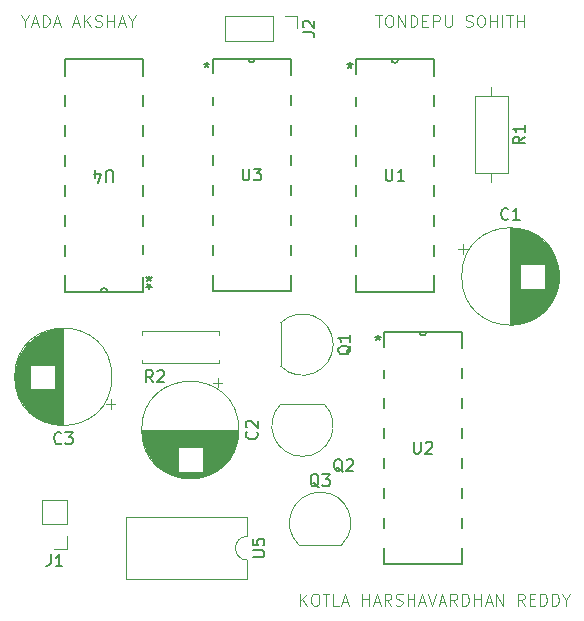
<source format=gbr>
%TF.GenerationSoftware,KiCad,Pcbnew,8.0.6*%
%TF.CreationDate,2024-12-13T16:31:17+05:30*%
%TF.ProjectId,pll1,706c6c31-2e6b-4696-9361-645f70636258,rev?*%
%TF.SameCoordinates,Original*%
%TF.FileFunction,Legend,Top*%
%TF.FilePolarity,Positive*%
%FSLAX46Y46*%
G04 Gerber Fmt 4.6, Leading zero omitted, Abs format (unit mm)*
G04 Created by KiCad (PCBNEW 8.0.6) date 2024-12-13 16:31:17*
%MOMM*%
%LPD*%
G01*
G04 APERTURE LIST*
%ADD10C,0.100000*%
%ADD11C,0.150000*%
%ADD12C,0.120000*%
%ADD13C,0.152400*%
G04 APERTURE END LIST*
D10*
X121994360Y-39396228D02*
X121994360Y-39872419D01*
X121661027Y-38872419D02*
X121994360Y-39396228D01*
X121994360Y-39396228D02*
X122327693Y-38872419D01*
X122613408Y-39586704D02*
X123089598Y-39586704D01*
X122518170Y-39872419D02*
X122851503Y-38872419D01*
X122851503Y-38872419D02*
X123184836Y-39872419D01*
X123518170Y-39872419D02*
X123518170Y-38872419D01*
X123518170Y-38872419D02*
X123756265Y-38872419D01*
X123756265Y-38872419D02*
X123899122Y-38920038D01*
X123899122Y-38920038D02*
X123994360Y-39015276D01*
X123994360Y-39015276D02*
X124041979Y-39110514D01*
X124041979Y-39110514D02*
X124089598Y-39300990D01*
X124089598Y-39300990D02*
X124089598Y-39443847D01*
X124089598Y-39443847D02*
X124041979Y-39634323D01*
X124041979Y-39634323D02*
X123994360Y-39729561D01*
X123994360Y-39729561D02*
X123899122Y-39824800D01*
X123899122Y-39824800D02*
X123756265Y-39872419D01*
X123756265Y-39872419D02*
X123518170Y-39872419D01*
X124470551Y-39586704D02*
X124946741Y-39586704D01*
X124375313Y-39872419D02*
X124708646Y-38872419D01*
X124708646Y-38872419D02*
X125041979Y-39872419D01*
X126089599Y-39586704D02*
X126565789Y-39586704D01*
X125994361Y-39872419D02*
X126327694Y-38872419D01*
X126327694Y-38872419D02*
X126661027Y-39872419D01*
X126994361Y-39872419D02*
X126994361Y-38872419D01*
X127565789Y-39872419D02*
X127137218Y-39300990D01*
X127565789Y-38872419D02*
X126994361Y-39443847D01*
X127946742Y-39824800D02*
X128089599Y-39872419D01*
X128089599Y-39872419D02*
X128327694Y-39872419D01*
X128327694Y-39872419D02*
X128422932Y-39824800D01*
X128422932Y-39824800D02*
X128470551Y-39777180D01*
X128470551Y-39777180D02*
X128518170Y-39681942D01*
X128518170Y-39681942D02*
X128518170Y-39586704D01*
X128518170Y-39586704D02*
X128470551Y-39491466D01*
X128470551Y-39491466D02*
X128422932Y-39443847D01*
X128422932Y-39443847D02*
X128327694Y-39396228D01*
X128327694Y-39396228D02*
X128137218Y-39348609D01*
X128137218Y-39348609D02*
X128041980Y-39300990D01*
X128041980Y-39300990D02*
X127994361Y-39253371D01*
X127994361Y-39253371D02*
X127946742Y-39158133D01*
X127946742Y-39158133D02*
X127946742Y-39062895D01*
X127946742Y-39062895D02*
X127994361Y-38967657D01*
X127994361Y-38967657D02*
X128041980Y-38920038D01*
X128041980Y-38920038D02*
X128137218Y-38872419D01*
X128137218Y-38872419D02*
X128375313Y-38872419D01*
X128375313Y-38872419D02*
X128518170Y-38920038D01*
X128946742Y-39872419D02*
X128946742Y-38872419D01*
X128946742Y-39348609D02*
X129518170Y-39348609D01*
X129518170Y-39872419D02*
X129518170Y-38872419D01*
X129946742Y-39586704D02*
X130422932Y-39586704D01*
X129851504Y-39872419D02*
X130184837Y-38872419D01*
X130184837Y-38872419D02*
X130518170Y-39872419D01*
X131041980Y-39396228D02*
X131041980Y-39872419D01*
X130708647Y-38872419D02*
X131041980Y-39396228D01*
X131041980Y-39396228D02*
X131375313Y-38872419D01*
X145303884Y-88872419D02*
X145303884Y-87872419D01*
X145875312Y-88872419D02*
X145446741Y-88300990D01*
X145875312Y-87872419D02*
X145303884Y-88443847D01*
X146494360Y-87872419D02*
X146684836Y-87872419D01*
X146684836Y-87872419D02*
X146780074Y-87920038D01*
X146780074Y-87920038D02*
X146875312Y-88015276D01*
X146875312Y-88015276D02*
X146922931Y-88205752D01*
X146922931Y-88205752D02*
X146922931Y-88539085D01*
X146922931Y-88539085D02*
X146875312Y-88729561D01*
X146875312Y-88729561D02*
X146780074Y-88824800D01*
X146780074Y-88824800D02*
X146684836Y-88872419D01*
X146684836Y-88872419D02*
X146494360Y-88872419D01*
X146494360Y-88872419D02*
X146399122Y-88824800D01*
X146399122Y-88824800D02*
X146303884Y-88729561D01*
X146303884Y-88729561D02*
X146256265Y-88539085D01*
X146256265Y-88539085D02*
X146256265Y-88205752D01*
X146256265Y-88205752D02*
X146303884Y-88015276D01*
X146303884Y-88015276D02*
X146399122Y-87920038D01*
X146399122Y-87920038D02*
X146494360Y-87872419D01*
X147208646Y-87872419D02*
X147780074Y-87872419D01*
X147494360Y-88872419D02*
X147494360Y-87872419D01*
X148589598Y-88872419D02*
X148113408Y-88872419D01*
X148113408Y-88872419D02*
X148113408Y-87872419D01*
X148875313Y-88586704D02*
X149351503Y-88586704D01*
X148780075Y-88872419D02*
X149113408Y-87872419D01*
X149113408Y-87872419D02*
X149446741Y-88872419D01*
X150541980Y-88872419D02*
X150541980Y-87872419D01*
X150541980Y-88348609D02*
X151113408Y-88348609D01*
X151113408Y-88872419D02*
X151113408Y-87872419D01*
X151541980Y-88586704D02*
X152018170Y-88586704D01*
X151446742Y-88872419D02*
X151780075Y-87872419D01*
X151780075Y-87872419D02*
X152113408Y-88872419D01*
X153018170Y-88872419D02*
X152684837Y-88396228D01*
X152446742Y-88872419D02*
X152446742Y-87872419D01*
X152446742Y-87872419D02*
X152827694Y-87872419D01*
X152827694Y-87872419D02*
X152922932Y-87920038D01*
X152922932Y-87920038D02*
X152970551Y-87967657D01*
X152970551Y-87967657D02*
X153018170Y-88062895D01*
X153018170Y-88062895D02*
X153018170Y-88205752D01*
X153018170Y-88205752D02*
X152970551Y-88300990D01*
X152970551Y-88300990D02*
X152922932Y-88348609D01*
X152922932Y-88348609D02*
X152827694Y-88396228D01*
X152827694Y-88396228D02*
X152446742Y-88396228D01*
X153399123Y-88824800D02*
X153541980Y-88872419D01*
X153541980Y-88872419D02*
X153780075Y-88872419D01*
X153780075Y-88872419D02*
X153875313Y-88824800D01*
X153875313Y-88824800D02*
X153922932Y-88777180D01*
X153922932Y-88777180D02*
X153970551Y-88681942D01*
X153970551Y-88681942D02*
X153970551Y-88586704D01*
X153970551Y-88586704D02*
X153922932Y-88491466D01*
X153922932Y-88491466D02*
X153875313Y-88443847D01*
X153875313Y-88443847D02*
X153780075Y-88396228D01*
X153780075Y-88396228D02*
X153589599Y-88348609D01*
X153589599Y-88348609D02*
X153494361Y-88300990D01*
X153494361Y-88300990D02*
X153446742Y-88253371D01*
X153446742Y-88253371D02*
X153399123Y-88158133D01*
X153399123Y-88158133D02*
X153399123Y-88062895D01*
X153399123Y-88062895D02*
X153446742Y-87967657D01*
X153446742Y-87967657D02*
X153494361Y-87920038D01*
X153494361Y-87920038D02*
X153589599Y-87872419D01*
X153589599Y-87872419D02*
X153827694Y-87872419D01*
X153827694Y-87872419D02*
X153970551Y-87920038D01*
X154399123Y-88872419D02*
X154399123Y-87872419D01*
X154399123Y-88348609D02*
X154970551Y-88348609D01*
X154970551Y-88872419D02*
X154970551Y-87872419D01*
X155399123Y-88586704D02*
X155875313Y-88586704D01*
X155303885Y-88872419D02*
X155637218Y-87872419D01*
X155637218Y-87872419D02*
X155970551Y-88872419D01*
X156161028Y-87872419D02*
X156494361Y-88872419D01*
X156494361Y-88872419D02*
X156827694Y-87872419D01*
X157113409Y-88586704D02*
X157589599Y-88586704D01*
X157018171Y-88872419D02*
X157351504Y-87872419D01*
X157351504Y-87872419D02*
X157684837Y-88872419D01*
X158589599Y-88872419D02*
X158256266Y-88396228D01*
X158018171Y-88872419D02*
X158018171Y-87872419D01*
X158018171Y-87872419D02*
X158399123Y-87872419D01*
X158399123Y-87872419D02*
X158494361Y-87920038D01*
X158494361Y-87920038D02*
X158541980Y-87967657D01*
X158541980Y-87967657D02*
X158589599Y-88062895D01*
X158589599Y-88062895D02*
X158589599Y-88205752D01*
X158589599Y-88205752D02*
X158541980Y-88300990D01*
X158541980Y-88300990D02*
X158494361Y-88348609D01*
X158494361Y-88348609D02*
X158399123Y-88396228D01*
X158399123Y-88396228D02*
X158018171Y-88396228D01*
X159018171Y-88872419D02*
X159018171Y-87872419D01*
X159018171Y-87872419D02*
X159256266Y-87872419D01*
X159256266Y-87872419D02*
X159399123Y-87920038D01*
X159399123Y-87920038D02*
X159494361Y-88015276D01*
X159494361Y-88015276D02*
X159541980Y-88110514D01*
X159541980Y-88110514D02*
X159589599Y-88300990D01*
X159589599Y-88300990D02*
X159589599Y-88443847D01*
X159589599Y-88443847D02*
X159541980Y-88634323D01*
X159541980Y-88634323D02*
X159494361Y-88729561D01*
X159494361Y-88729561D02*
X159399123Y-88824800D01*
X159399123Y-88824800D02*
X159256266Y-88872419D01*
X159256266Y-88872419D02*
X159018171Y-88872419D01*
X160018171Y-88872419D02*
X160018171Y-87872419D01*
X160018171Y-88348609D02*
X160589599Y-88348609D01*
X160589599Y-88872419D02*
X160589599Y-87872419D01*
X161018171Y-88586704D02*
X161494361Y-88586704D01*
X160922933Y-88872419D02*
X161256266Y-87872419D01*
X161256266Y-87872419D02*
X161589599Y-88872419D01*
X161922933Y-88872419D02*
X161922933Y-87872419D01*
X161922933Y-87872419D02*
X162494361Y-88872419D01*
X162494361Y-88872419D02*
X162494361Y-87872419D01*
X164303885Y-88872419D02*
X163970552Y-88396228D01*
X163732457Y-88872419D02*
X163732457Y-87872419D01*
X163732457Y-87872419D02*
X164113409Y-87872419D01*
X164113409Y-87872419D02*
X164208647Y-87920038D01*
X164208647Y-87920038D02*
X164256266Y-87967657D01*
X164256266Y-87967657D02*
X164303885Y-88062895D01*
X164303885Y-88062895D02*
X164303885Y-88205752D01*
X164303885Y-88205752D02*
X164256266Y-88300990D01*
X164256266Y-88300990D02*
X164208647Y-88348609D01*
X164208647Y-88348609D02*
X164113409Y-88396228D01*
X164113409Y-88396228D02*
X163732457Y-88396228D01*
X164732457Y-88348609D02*
X165065790Y-88348609D01*
X165208647Y-88872419D02*
X164732457Y-88872419D01*
X164732457Y-88872419D02*
X164732457Y-87872419D01*
X164732457Y-87872419D02*
X165208647Y-87872419D01*
X165637219Y-88872419D02*
X165637219Y-87872419D01*
X165637219Y-87872419D02*
X165875314Y-87872419D01*
X165875314Y-87872419D02*
X166018171Y-87920038D01*
X166018171Y-87920038D02*
X166113409Y-88015276D01*
X166113409Y-88015276D02*
X166161028Y-88110514D01*
X166161028Y-88110514D02*
X166208647Y-88300990D01*
X166208647Y-88300990D02*
X166208647Y-88443847D01*
X166208647Y-88443847D02*
X166161028Y-88634323D01*
X166161028Y-88634323D02*
X166113409Y-88729561D01*
X166113409Y-88729561D02*
X166018171Y-88824800D01*
X166018171Y-88824800D02*
X165875314Y-88872419D01*
X165875314Y-88872419D02*
X165637219Y-88872419D01*
X166637219Y-88872419D02*
X166637219Y-87872419D01*
X166637219Y-87872419D02*
X166875314Y-87872419D01*
X166875314Y-87872419D02*
X167018171Y-87920038D01*
X167018171Y-87920038D02*
X167113409Y-88015276D01*
X167113409Y-88015276D02*
X167161028Y-88110514D01*
X167161028Y-88110514D02*
X167208647Y-88300990D01*
X167208647Y-88300990D02*
X167208647Y-88443847D01*
X167208647Y-88443847D02*
X167161028Y-88634323D01*
X167161028Y-88634323D02*
X167113409Y-88729561D01*
X167113409Y-88729561D02*
X167018171Y-88824800D01*
X167018171Y-88824800D02*
X166875314Y-88872419D01*
X166875314Y-88872419D02*
X166637219Y-88872419D01*
X167827695Y-88396228D02*
X167827695Y-88872419D01*
X167494362Y-87872419D02*
X167827695Y-88396228D01*
X167827695Y-88396228D02*
X168161028Y-87872419D01*
X151661027Y-38872419D02*
X152232455Y-38872419D01*
X151946741Y-39872419D02*
X151946741Y-38872419D01*
X152756265Y-38872419D02*
X152946741Y-38872419D01*
X152946741Y-38872419D02*
X153041979Y-38920038D01*
X153041979Y-38920038D02*
X153137217Y-39015276D01*
X153137217Y-39015276D02*
X153184836Y-39205752D01*
X153184836Y-39205752D02*
X153184836Y-39539085D01*
X153184836Y-39539085D02*
X153137217Y-39729561D01*
X153137217Y-39729561D02*
X153041979Y-39824800D01*
X153041979Y-39824800D02*
X152946741Y-39872419D01*
X152946741Y-39872419D02*
X152756265Y-39872419D01*
X152756265Y-39872419D02*
X152661027Y-39824800D01*
X152661027Y-39824800D02*
X152565789Y-39729561D01*
X152565789Y-39729561D02*
X152518170Y-39539085D01*
X152518170Y-39539085D02*
X152518170Y-39205752D01*
X152518170Y-39205752D02*
X152565789Y-39015276D01*
X152565789Y-39015276D02*
X152661027Y-38920038D01*
X152661027Y-38920038D02*
X152756265Y-38872419D01*
X153613408Y-39872419D02*
X153613408Y-38872419D01*
X153613408Y-38872419D02*
X154184836Y-39872419D01*
X154184836Y-39872419D02*
X154184836Y-38872419D01*
X154661027Y-39872419D02*
X154661027Y-38872419D01*
X154661027Y-38872419D02*
X154899122Y-38872419D01*
X154899122Y-38872419D02*
X155041979Y-38920038D01*
X155041979Y-38920038D02*
X155137217Y-39015276D01*
X155137217Y-39015276D02*
X155184836Y-39110514D01*
X155184836Y-39110514D02*
X155232455Y-39300990D01*
X155232455Y-39300990D02*
X155232455Y-39443847D01*
X155232455Y-39443847D02*
X155184836Y-39634323D01*
X155184836Y-39634323D02*
X155137217Y-39729561D01*
X155137217Y-39729561D02*
X155041979Y-39824800D01*
X155041979Y-39824800D02*
X154899122Y-39872419D01*
X154899122Y-39872419D02*
X154661027Y-39872419D01*
X155661027Y-39348609D02*
X155994360Y-39348609D01*
X156137217Y-39872419D02*
X155661027Y-39872419D01*
X155661027Y-39872419D02*
X155661027Y-38872419D01*
X155661027Y-38872419D02*
X156137217Y-38872419D01*
X156565789Y-39872419D02*
X156565789Y-38872419D01*
X156565789Y-38872419D02*
X156946741Y-38872419D01*
X156946741Y-38872419D02*
X157041979Y-38920038D01*
X157041979Y-38920038D02*
X157089598Y-38967657D01*
X157089598Y-38967657D02*
X157137217Y-39062895D01*
X157137217Y-39062895D02*
X157137217Y-39205752D01*
X157137217Y-39205752D02*
X157089598Y-39300990D01*
X157089598Y-39300990D02*
X157041979Y-39348609D01*
X157041979Y-39348609D02*
X156946741Y-39396228D01*
X156946741Y-39396228D02*
X156565789Y-39396228D01*
X157565789Y-38872419D02*
X157565789Y-39681942D01*
X157565789Y-39681942D02*
X157613408Y-39777180D01*
X157613408Y-39777180D02*
X157661027Y-39824800D01*
X157661027Y-39824800D02*
X157756265Y-39872419D01*
X157756265Y-39872419D02*
X157946741Y-39872419D01*
X157946741Y-39872419D02*
X158041979Y-39824800D01*
X158041979Y-39824800D02*
X158089598Y-39777180D01*
X158089598Y-39777180D02*
X158137217Y-39681942D01*
X158137217Y-39681942D02*
X158137217Y-38872419D01*
X159327694Y-39824800D02*
X159470551Y-39872419D01*
X159470551Y-39872419D02*
X159708646Y-39872419D01*
X159708646Y-39872419D02*
X159803884Y-39824800D01*
X159803884Y-39824800D02*
X159851503Y-39777180D01*
X159851503Y-39777180D02*
X159899122Y-39681942D01*
X159899122Y-39681942D02*
X159899122Y-39586704D01*
X159899122Y-39586704D02*
X159851503Y-39491466D01*
X159851503Y-39491466D02*
X159803884Y-39443847D01*
X159803884Y-39443847D02*
X159708646Y-39396228D01*
X159708646Y-39396228D02*
X159518170Y-39348609D01*
X159518170Y-39348609D02*
X159422932Y-39300990D01*
X159422932Y-39300990D02*
X159375313Y-39253371D01*
X159375313Y-39253371D02*
X159327694Y-39158133D01*
X159327694Y-39158133D02*
X159327694Y-39062895D01*
X159327694Y-39062895D02*
X159375313Y-38967657D01*
X159375313Y-38967657D02*
X159422932Y-38920038D01*
X159422932Y-38920038D02*
X159518170Y-38872419D01*
X159518170Y-38872419D02*
X159756265Y-38872419D01*
X159756265Y-38872419D02*
X159899122Y-38920038D01*
X160518170Y-38872419D02*
X160708646Y-38872419D01*
X160708646Y-38872419D02*
X160803884Y-38920038D01*
X160803884Y-38920038D02*
X160899122Y-39015276D01*
X160899122Y-39015276D02*
X160946741Y-39205752D01*
X160946741Y-39205752D02*
X160946741Y-39539085D01*
X160946741Y-39539085D02*
X160899122Y-39729561D01*
X160899122Y-39729561D02*
X160803884Y-39824800D01*
X160803884Y-39824800D02*
X160708646Y-39872419D01*
X160708646Y-39872419D02*
X160518170Y-39872419D01*
X160518170Y-39872419D02*
X160422932Y-39824800D01*
X160422932Y-39824800D02*
X160327694Y-39729561D01*
X160327694Y-39729561D02*
X160280075Y-39539085D01*
X160280075Y-39539085D02*
X160280075Y-39205752D01*
X160280075Y-39205752D02*
X160327694Y-39015276D01*
X160327694Y-39015276D02*
X160422932Y-38920038D01*
X160422932Y-38920038D02*
X160518170Y-38872419D01*
X161375313Y-39872419D02*
X161375313Y-38872419D01*
X161375313Y-39348609D02*
X161946741Y-39348609D01*
X161946741Y-39872419D02*
X161946741Y-38872419D01*
X162422932Y-39872419D02*
X162422932Y-38872419D01*
X162756265Y-38872419D02*
X163327693Y-38872419D01*
X163041979Y-39872419D02*
X163041979Y-38872419D01*
X163661027Y-39872419D02*
X163661027Y-38872419D01*
X163661027Y-39348609D02*
X164232455Y-39348609D01*
X164232455Y-39872419D02*
X164232455Y-38872419D01*
D11*
X141284819Y-84771904D02*
X142094342Y-84771904D01*
X142094342Y-84771904D02*
X142189580Y-84724285D01*
X142189580Y-84724285D02*
X142237200Y-84676666D01*
X142237200Y-84676666D02*
X142284819Y-84581428D01*
X142284819Y-84581428D02*
X142284819Y-84390952D01*
X142284819Y-84390952D02*
X142237200Y-84295714D01*
X142237200Y-84295714D02*
X142189580Y-84248095D01*
X142189580Y-84248095D02*
X142094342Y-84200476D01*
X142094342Y-84200476D02*
X141284819Y-84200476D01*
X141284819Y-83248095D02*
X141284819Y-83724285D01*
X141284819Y-83724285D02*
X141761009Y-83771904D01*
X141761009Y-83771904D02*
X141713390Y-83724285D01*
X141713390Y-83724285D02*
X141665771Y-83629047D01*
X141665771Y-83629047D02*
X141665771Y-83390952D01*
X141665771Y-83390952D02*
X141713390Y-83295714D01*
X141713390Y-83295714D02*
X141761009Y-83248095D01*
X141761009Y-83248095D02*
X141856247Y-83200476D01*
X141856247Y-83200476D02*
X142094342Y-83200476D01*
X142094342Y-83200476D02*
X142189580Y-83248095D01*
X142189580Y-83248095D02*
X142237200Y-83295714D01*
X142237200Y-83295714D02*
X142284819Y-83390952D01*
X142284819Y-83390952D02*
X142284819Y-83629047D01*
X142284819Y-83629047D02*
X142237200Y-83724285D01*
X142237200Y-83724285D02*
X142189580Y-83771904D01*
X149610057Y-66865238D02*
X149562438Y-66960476D01*
X149562438Y-66960476D02*
X149467200Y-67055714D01*
X149467200Y-67055714D02*
X149324342Y-67198571D01*
X149324342Y-67198571D02*
X149276723Y-67293809D01*
X149276723Y-67293809D02*
X149276723Y-67389047D01*
X149514819Y-67341428D02*
X149467200Y-67436666D01*
X149467200Y-67436666D02*
X149371961Y-67531904D01*
X149371961Y-67531904D02*
X149181485Y-67579523D01*
X149181485Y-67579523D02*
X148848152Y-67579523D01*
X148848152Y-67579523D02*
X148657676Y-67531904D01*
X148657676Y-67531904D02*
X148562438Y-67436666D01*
X148562438Y-67436666D02*
X148514819Y-67341428D01*
X148514819Y-67341428D02*
X148514819Y-67150952D01*
X148514819Y-67150952D02*
X148562438Y-67055714D01*
X148562438Y-67055714D02*
X148657676Y-66960476D01*
X148657676Y-66960476D02*
X148848152Y-66912857D01*
X148848152Y-66912857D02*
X149181485Y-66912857D01*
X149181485Y-66912857D02*
X149371961Y-66960476D01*
X149371961Y-66960476D02*
X149467200Y-67055714D01*
X149467200Y-67055714D02*
X149514819Y-67150952D01*
X149514819Y-67150952D02*
X149514819Y-67341428D01*
X149514819Y-65960476D02*
X149514819Y-66531904D01*
X149514819Y-66246190D02*
X148514819Y-66246190D01*
X148514819Y-66246190D02*
X148657676Y-66341428D01*
X148657676Y-66341428D02*
X148752914Y-66436666D01*
X148752914Y-66436666D02*
X148800533Y-66531904D01*
X148904761Y-77550057D02*
X148809523Y-77502438D01*
X148809523Y-77502438D02*
X148714285Y-77407200D01*
X148714285Y-77407200D02*
X148571428Y-77264342D01*
X148571428Y-77264342D02*
X148476190Y-77216723D01*
X148476190Y-77216723D02*
X148380952Y-77216723D01*
X148428571Y-77454819D02*
X148333333Y-77407200D01*
X148333333Y-77407200D02*
X148238095Y-77311961D01*
X148238095Y-77311961D02*
X148190476Y-77121485D01*
X148190476Y-77121485D02*
X148190476Y-76788152D01*
X148190476Y-76788152D02*
X148238095Y-76597676D01*
X148238095Y-76597676D02*
X148333333Y-76502438D01*
X148333333Y-76502438D02*
X148428571Y-76454819D01*
X148428571Y-76454819D02*
X148619047Y-76454819D01*
X148619047Y-76454819D02*
X148714285Y-76502438D01*
X148714285Y-76502438D02*
X148809523Y-76597676D01*
X148809523Y-76597676D02*
X148857142Y-76788152D01*
X148857142Y-76788152D02*
X148857142Y-77121485D01*
X148857142Y-77121485D02*
X148809523Y-77311961D01*
X148809523Y-77311961D02*
X148714285Y-77407200D01*
X148714285Y-77407200D02*
X148619047Y-77454819D01*
X148619047Y-77454819D02*
X148428571Y-77454819D01*
X149238095Y-76550057D02*
X149285714Y-76502438D01*
X149285714Y-76502438D02*
X149380952Y-76454819D01*
X149380952Y-76454819D02*
X149619047Y-76454819D01*
X149619047Y-76454819D02*
X149714285Y-76502438D01*
X149714285Y-76502438D02*
X149761904Y-76550057D01*
X149761904Y-76550057D02*
X149809523Y-76645295D01*
X149809523Y-76645295D02*
X149809523Y-76740533D01*
X149809523Y-76740533D02*
X149761904Y-76883390D01*
X149761904Y-76883390D02*
X149190476Y-77454819D01*
X149190476Y-77454819D02*
X149809523Y-77454819D01*
X141609580Y-74166666D02*
X141657200Y-74214285D01*
X141657200Y-74214285D02*
X141704819Y-74357142D01*
X141704819Y-74357142D02*
X141704819Y-74452380D01*
X141704819Y-74452380D02*
X141657200Y-74595237D01*
X141657200Y-74595237D02*
X141561961Y-74690475D01*
X141561961Y-74690475D02*
X141466723Y-74738094D01*
X141466723Y-74738094D02*
X141276247Y-74785713D01*
X141276247Y-74785713D02*
X141133390Y-74785713D01*
X141133390Y-74785713D02*
X140942914Y-74738094D01*
X140942914Y-74738094D02*
X140847676Y-74690475D01*
X140847676Y-74690475D02*
X140752438Y-74595237D01*
X140752438Y-74595237D02*
X140704819Y-74452380D01*
X140704819Y-74452380D02*
X140704819Y-74357142D01*
X140704819Y-74357142D02*
X140752438Y-74214285D01*
X140752438Y-74214285D02*
X140800057Y-74166666D01*
X140800057Y-73785713D02*
X140752438Y-73738094D01*
X140752438Y-73738094D02*
X140704819Y-73642856D01*
X140704819Y-73642856D02*
X140704819Y-73404761D01*
X140704819Y-73404761D02*
X140752438Y-73309523D01*
X140752438Y-73309523D02*
X140800057Y-73261904D01*
X140800057Y-73261904D02*
X140895295Y-73214285D01*
X140895295Y-73214285D02*
X140990533Y-73214285D01*
X140990533Y-73214285D02*
X141133390Y-73261904D01*
X141133390Y-73261904D02*
X141704819Y-73833332D01*
X141704819Y-73833332D02*
X141704819Y-73214285D01*
X129451904Y-53005180D02*
X129451904Y-52195657D01*
X129451904Y-52195657D02*
X129404285Y-52100419D01*
X129404285Y-52100419D02*
X129356666Y-52052800D01*
X129356666Y-52052800D02*
X129261428Y-52005180D01*
X129261428Y-52005180D02*
X129070952Y-52005180D01*
X129070952Y-52005180D02*
X128975714Y-52052800D01*
X128975714Y-52052800D02*
X128928095Y-52100419D01*
X128928095Y-52100419D02*
X128880476Y-52195657D01*
X128880476Y-52195657D02*
X128880476Y-53005180D01*
X127975714Y-52671847D02*
X127975714Y-52005180D01*
X128213809Y-53052800D02*
X128451904Y-52338514D01*
X128451904Y-52338514D02*
X127832857Y-52338514D01*
X132500000Y-60944519D02*
X132500000Y-61182614D01*
X132261905Y-61087376D02*
X132500000Y-61182614D01*
X132500000Y-61182614D02*
X132738095Y-61087376D01*
X132357143Y-61373090D02*
X132500000Y-61182614D01*
X132500000Y-61182614D02*
X132642857Y-61373090D01*
X132499999Y-62034880D02*
X132499999Y-61796785D01*
X132738094Y-61892023D02*
X132499999Y-61796785D01*
X132499999Y-61796785D02*
X132261904Y-61892023D01*
X132642856Y-61606309D02*
X132499999Y-61796785D01*
X132499999Y-61796785D02*
X132357142Y-61606309D01*
X140428095Y-51874819D02*
X140428095Y-52684342D01*
X140428095Y-52684342D02*
X140475714Y-52779580D01*
X140475714Y-52779580D02*
X140523333Y-52827200D01*
X140523333Y-52827200D02*
X140618571Y-52874819D01*
X140618571Y-52874819D02*
X140809047Y-52874819D01*
X140809047Y-52874819D02*
X140904285Y-52827200D01*
X140904285Y-52827200D02*
X140951904Y-52779580D01*
X140951904Y-52779580D02*
X140999523Y-52684342D01*
X140999523Y-52684342D02*
X140999523Y-51874819D01*
X141380476Y-51874819D02*
X141999523Y-51874819D01*
X141999523Y-51874819D02*
X141666190Y-52255771D01*
X141666190Y-52255771D02*
X141809047Y-52255771D01*
X141809047Y-52255771D02*
X141904285Y-52303390D01*
X141904285Y-52303390D02*
X141951904Y-52351009D01*
X141951904Y-52351009D02*
X141999523Y-52446247D01*
X141999523Y-52446247D02*
X141999523Y-52684342D01*
X141999523Y-52684342D02*
X141951904Y-52779580D01*
X141951904Y-52779580D02*
X141904285Y-52827200D01*
X141904285Y-52827200D02*
X141809047Y-52874819D01*
X141809047Y-52874819D02*
X141523333Y-52874819D01*
X141523333Y-52874819D02*
X141428095Y-52827200D01*
X141428095Y-52827200D02*
X141380476Y-52779580D01*
X137380000Y-42845119D02*
X137380000Y-43083214D01*
X137141905Y-42987976D02*
X137380000Y-43083214D01*
X137380000Y-43083214D02*
X137618095Y-42987976D01*
X137237143Y-43273690D02*
X137380000Y-43083214D01*
X137380000Y-43083214D02*
X137522857Y-43273690D01*
X137380000Y-42845119D02*
X137380000Y-43083214D01*
X137141905Y-42987976D02*
X137380000Y-43083214D01*
X137380000Y-43083214D02*
X137618095Y-42987976D01*
X137237143Y-43273690D02*
X137380000Y-43083214D01*
X137380000Y-43083214D02*
X137522857Y-43273690D01*
X164324819Y-49166666D02*
X163848628Y-49499999D01*
X164324819Y-49738094D02*
X163324819Y-49738094D01*
X163324819Y-49738094D02*
X163324819Y-49357142D01*
X163324819Y-49357142D02*
X163372438Y-49261904D01*
X163372438Y-49261904D02*
X163420057Y-49214285D01*
X163420057Y-49214285D02*
X163515295Y-49166666D01*
X163515295Y-49166666D02*
X163658152Y-49166666D01*
X163658152Y-49166666D02*
X163753390Y-49214285D01*
X163753390Y-49214285D02*
X163801009Y-49261904D01*
X163801009Y-49261904D02*
X163848628Y-49357142D01*
X163848628Y-49357142D02*
X163848628Y-49738094D01*
X164324819Y-48214285D02*
X164324819Y-48785713D01*
X164324819Y-48499999D02*
X163324819Y-48499999D01*
X163324819Y-48499999D02*
X163467676Y-48595237D01*
X163467676Y-48595237D02*
X163562914Y-48690475D01*
X163562914Y-48690475D02*
X163610533Y-48785713D01*
X154928095Y-74994819D02*
X154928095Y-75804342D01*
X154928095Y-75804342D02*
X154975714Y-75899580D01*
X154975714Y-75899580D02*
X155023333Y-75947200D01*
X155023333Y-75947200D02*
X155118571Y-75994819D01*
X155118571Y-75994819D02*
X155309047Y-75994819D01*
X155309047Y-75994819D02*
X155404285Y-75947200D01*
X155404285Y-75947200D02*
X155451904Y-75899580D01*
X155451904Y-75899580D02*
X155499523Y-75804342D01*
X155499523Y-75804342D02*
X155499523Y-74994819D01*
X155928095Y-75090057D02*
X155975714Y-75042438D01*
X155975714Y-75042438D02*
X156070952Y-74994819D01*
X156070952Y-74994819D02*
X156309047Y-74994819D01*
X156309047Y-74994819D02*
X156404285Y-75042438D01*
X156404285Y-75042438D02*
X156451904Y-75090057D01*
X156451904Y-75090057D02*
X156499523Y-75185295D01*
X156499523Y-75185295D02*
X156499523Y-75280533D01*
X156499523Y-75280533D02*
X156451904Y-75423390D01*
X156451904Y-75423390D02*
X155880476Y-75994819D01*
X155880476Y-75994819D02*
X156499523Y-75994819D01*
X151880000Y-65965119D02*
X151880000Y-66203214D01*
X151641905Y-66107976D02*
X151880000Y-66203214D01*
X151880000Y-66203214D02*
X152118095Y-66107976D01*
X151737143Y-66393690D02*
X151880000Y-66203214D01*
X151880000Y-66203214D02*
X152022857Y-66393690D01*
X151880000Y-65965119D02*
X151880000Y-66203214D01*
X151641905Y-66107976D02*
X151880000Y-66203214D01*
X151880000Y-66203214D02*
X152118095Y-66107976D01*
X151737143Y-66393690D02*
X151880000Y-66203214D01*
X151880000Y-66203214D02*
X152022857Y-66393690D01*
X145514819Y-40333333D02*
X146229104Y-40333333D01*
X146229104Y-40333333D02*
X146371961Y-40380952D01*
X146371961Y-40380952D02*
X146467200Y-40476190D01*
X146467200Y-40476190D02*
X146514819Y-40619047D01*
X146514819Y-40619047D02*
X146514819Y-40714285D01*
X145610057Y-39904761D02*
X145562438Y-39857142D01*
X145562438Y-39857142D02*
X145514819Y-39761904D01*
X145514819Y-39761904D02*
X145514819Y-39523809D01*
X145514819Y-39523809D02*
X145562438Y-39428571D01*
X145562438Y-39428571D02*
X145610057Y-39380952D01*
X145610057Y-39380952D02*
X145705295Y-39333333D01*
X145705295Y-39333333D02*
X145800533Y-39333333D01*
X145800533Y-39333333D02*
X145943390Y-39380952D01*
X145943390Y-39380952D02*
X146514819Y-39952380D01*
X146514819Y-39952380D02*
X146514819Y-39333333D01*
X152548095Y-51914819D02*
X152548095Y-52724342D01*
X152548095Y-52724342D02*
X152595714Y-52819580D01*
X152595714Y-52819580D02*
X152643333Y-52867200D01*
X152643333Y-52867200D02*
X152738571Y-52914819D01*
X152738571Y-52914819D02*
X152929047Y-52914819D01*
X152929047Y-52914819D02*
X153024285Y-52867200D01*
X153024285Y-52867200D02*
X153071904Y-52819580D01*
X153071904Y-52819580D02*
X153119523Y-52724342D01*
X153119523Y-52724342D02*
X153119523Y-51914819D01*
X154119523Y-52914819D02*
X153548095Y-52914819D01*
X153833809Y-52914819D02*
X153833809Y-51914819D01*
X153833809Y-51914819D02*
X153738571Y-52057676D01*
X153738571Y-52057676D02*
X153643333Y-52152914D01*
X153643333Y-52152914D02*
X153548095Y-52200533D01*
X149500000Y-42885119D02*
X149500000Y-43123214D01*
X149261905Y-43027976D02*
X149500000Y-43123214D01*
X149500000Y-43123214D02*
X149738095Y-43027976D01*
X149357143Y-43313690D02*
X149500000Y-43123214D01*
X149500000Y-43123214D02*
X149642857Y-43313690D01*
X149500000Y-42885119D02*
X149500000Y-43123214D01*
X149261905Y-43027976D02*
X149500000Y-43123214D01*
X149500000Y-43123214D02*
X149738095Y-43027976D01*
X149357143Y-43313690D02*
X149500000Y-43123214D01*
X149500000Y-43123214D02*
X149642857Y-43313690D01*
X162930682Y-56109580D02*
X162883063Y-56157200D01*
X162883063Y-56157200D02*
X162740206Y-56204819D01*
X162740206Y-56204819D02*
X162644968Y-56204819D01*
X162644968Y-56204819D02*
X162502111Y-56157200D01*
X162502111Y-56157200D02*
X162406873Y-56061961D01*
X162406873Y-56061961D02*
X162359254Y-55966723D01*
X162359254Y-55966723D02*
X162311635Y-55776247D01*
X162311635Y-55776247D02*
X162311635Y-55633390D01*
X162311635Y-55633390D02*
X162359254Y-55442914D01*
X162359254Y-55442914D02*
X162406873Y-55347676D01*
X162406873Y-55347676D02*
X162502111Y-55252438D01*
X162502111Y-55252438D02*
X162644968Y-55204819D01*
X162644968Y-55204819D02*
X162740206Y-55204819D01*
X162740206Y-55204819D02*
X162883063Y-55252438D01*
X162883063Y-55252438D02*
X162930682Y-55300057D01*
X163883063Y-56204819D02*
X163311635Y-56204819D01*
X163597349Y-56204819D02*
X163597349Y-55204819D01*
X163597349Y-55204819D02*
X163502111Y-55347676D01*
X163502111Y-55347676D02*
X163406873Y-55442914D01*
X163406873Y-55442914D02*
X163311635Y-55490533D01*
X146904761Y-78850057D02*
X146809523Y-78802438D01*
X146809523Y-78802438D02*
X146714285Y-78707200D01*
X146714285Y-78707200D02*
X146571428Y-78564342D01*
X146571428Y-78564342D02*
X146476190Y-78516723D01*
X146476190Y-78516723D02*
X146380952Y-78516723D01*
X146428571Y-78754819D02*
X146333333Y-78707200D01*
X146333333Y-78707200D02*
X146238095Y-78611961D01*
X146238095Y-78611961D02*
X146190476Y-78421485D01*
X146190476Y-78421485D02*
X146190476Y-78088152D01*
X146190476Y-78088152D02*
X146238095Y-77897676D01*
X146238095Y-77897676D02*
X146333333Y-77802438D01*
X146333333Y-77802438D02*
X146428571Y-77754819D01*
X146428571Y-77754819D02*
X146619047Y-77754819D01*
X146619047Y-77754819D02*
X146714285Y-77802438D01*
X146714285Y-77802438D02*
X146809523Y-77897676D01*
X146809523Y-77897676D02*
X146857142Y-78088152D01*
X146857142Y-78088152D02*
X146857142Y-78421485D01*
X146857142Y-78421485D02*
X146809523Y-78611961D01*
X146809523Y-78611961D02*
X146714285Y-78707200D01*
X146714285Y-78707200D02*
X146619047Y-78754819D01*
X146619047Y-78754819D02*
X146428571Y-78754819D01*
X147190476Y-77754819D02*
X147809523Y-77754819D01*
X147809523Y-77754819D02*
X147476190Y-78135771D01*
X147476190Y-78135771D02*
X147619047Y-78135771D01*
X147619047Y-78135771D02*
X147714285Y-78183390D01*
X147714285Y-78183390D02*
X147761904Y-78231009D01*
X147761904Y-78231009D02*
X147809523Y-78326247D01*
X147809523Y-78326247D02*
X147809523Y-78564342D01*
X147809523Y-78564342D02*
X147761904Y-78659580D01*
X147761904Y-78659580D02*
X147714285Y-78707200D01*
X147714285Y-78707200D02*
X147619047Y-78754819D01*
X147619047Y-78754819D02*
X147333333Y-78754819D01*
X147333333Y-78754819D02*
X147238095Y-78707200D01*
X147238095Y-78707200D02*
X147190476Y-78659580D01*
X132833333Y-69954819D02*
X132500000Y-69478628D01*
X132261905Y-69954819D02*
X132261905Y-68954819D01*
X132261905Y-68954819D02*
X132642857Y-68954819D01*
X132642857Y-68954819D02*
X132738095Y-69002438D01*
X132738095Y-69002438D02*
X132785714Y-69050057D01*
X132785714Y-69050057D02*
X132833333Y-69145295D01*
X132833333Y-69145295D02*
X132833333Y-69288152D01*
X132833333Y-69288152D02*
X132785714Y-69383390D01*
X132785714Y-69383390D02*
X132738095Y-69431009D01*
X132738095Y-69431009D02*
X132642857Y-69478628D01*
X132642857Y-69478628D02*
X132261905Y-69478628D01*
X133214286Y-69050057D02*
X133261905Y-69002438D01*
X133261905Y-69002438D02*
X133357143Y-68954819D01*
X133357143Y-68954819D02*
X133595238Y-68954819D01*
X133595238Y-68954819D02*
X133690476Y-69002438D01*
X133690476Y-69002438D02*
X133738095Y-69050057D01*
X133738095Y-69050057D02*
X133785714Y-69145295D01*
X133785714Y-69145295D02*
X133785714Y-69240533D01*
X133785714Y-69240533D02*
X133738095Y-69383390D01*
X133738095Y-69383390D02*
X133166667Y-69954819D01*
X133166667Y-69954819D02*
X133785714Y-69954819D01*
X124166666Y-84514819D02*
X124166666Y-85229104D01*
X124166666Y-85229104D02*
X124119047Y-85371961D01*
X124119047Y-85371961D02*
X124023809Y-85467200D01*
X124023809Y-85467200D02*
X123880952Y-85514819D01*
X123880952Y-85514819D02*
X123785714Y-85514819D01*
X125166666Y-85514819D02*
X124595238Y-85514819D01*
X124880952Y-85514819D02*
X124880952Y-84514819D01*
X124880952Y-84514819D02*
X124785714Y-84657676D01*
X124785714Y-84657676D02*
X124690476Y-84752914D01*
X124690476Y-84752914D02*
X124595238Y-84800533D01*
X125083333Y-75109580D02*
X125035714Y-75157200D01*
X125035714Y-75157200D02*
X124892857Y-75204819D01*
X124892857Y-75204819D02*
X124797619Y-75204819D01*
X124797619Y-75204819D02*
X124654762Y-75157200D01*
X124654762Y-75157200D02*
X124559524Y-75061961D01*
X124559524Y-75061961D02*
X124511905Y-74966723D01*
X124511905Y-74966723D02*
X124464286Y-74776247D01*
X124464286Y-74776247D02*
X124464286Y-74633390D01*
X124464286Y-74633390D02*
X124511905Y-74442914D01*
X124511905Y-74442914D02*
X124559524Y-74347676D01*
X124559524Y-74347676D02*
X124654762Y-74252438D01*
X124654762Y-74252438D02*
X124797619Y-74204819D01*
X124797619Y-74204819D02*
X124892857Y-74204819D01*
X124892857Y-74204819D02*
X125035714Y-74252438D01*
X125035714Y-74252438D02*
X125083333Y-74300057D01*
X125416667Y-74204819D02*
X126035714Y-74204819D01*
X126035714Y-74204819D02*
X125702381Y-74585771D01*
X125702381Y-74585771D02*
X125845238Y-74585771D01*
X125845238Y-74585771D02*
X125940476Y-74633390D01*
X125940476Y-74633390D02*
X125988095Y-74681009D01*
X125988095Y-74681009D02*
X126035714Y-74776247D01*
X126035714Y-74776247D02*
X126035714Y-75014342D01*
X126035714Y-75014342D02*
X125988095Y-75109580D01*
X125988095Y-75109580D02*
X125940476Y-75157200D01*
X125940476Y-75157200D02*
X125845238Y-75204819D01*
X125845238Y-75204819D02*
X125559524Y-75204819D01*
X125559524Y-75204819D02*
X125464286Y-75157200D01*
X125464286Y-75157200D02*
X125416667Y-75109580D01*
D12*
%TO.C,U5*%
X130550000Y-81360000D02*
X130550000Y-86660000D01*
X130550000Y-86660000D02*
X140830000Y-86660000D01*
X140830000Y-81360000D02*
X130550000Y-81360000D01*
X140830000Y-83010000D02*
X140830000Y-81360000D01*
X140830000Y-86660000D02*
X140830000Y-85010000D01*
X140830000Y-85010000D02*
G75*
G02*
X140830000Y-83010000I0J1000000D01*
G01*
%TO.C,Q1*%
X143650000Y-64970000D02*
X143650000Y-68570000D01*
X143661522Y-64931522D02*
G75*
G02*
X148100001Y-66770000I1838478J-1838478D01*
G01*
X148100000Y-66770000D02*
G75*
G02*
X143661522Y-68608478I-2600000J0D01*
G01*
%TO.C,Q2*%
X147300000Y-71790000D02*
X143700000Y-71790000D01*
X145500000Y-76240000D02*
G75*
G02*
X143661522Y-71801522I0J2600000D01*
G01*
X147338478Y-71801522D02*
G75*
G02*
X145500000Y-76240001I-1838478J-1838478D01*
G01*
%TO.C,C2*%
X134960000Y-75481000D02*
X132195000Y-75481000D01*
X134960000Y-75521000D02*
X132210000Y-75521000D01*
X134960000Y-75561000D02*
X132226000Y-75561000D01*
X134960000Y-75601000D02*
X132243000Y-75601000D01*
X134960000Y-75641000D02*
X132260000Y-75641000D01*
X134960000Y-75681000D02*
X132278000Y-75681000D01*
X134960000Y-75721000D02*
X132296000Y-75721000D01*
X134960000Y-75761000D02*
X132314000Y-75761000D01*
X134960000Y-75801000D02*
X132334000Y-75801000D01*
X134960000Y-75841000D02*
X132353000Y-75841000D01*
X134960000Y-75881000D02*
X132373000Y-75881000D01*
X134960000Y-75921000D02*
X132394000Y-75921000D01*
X134960000Y-75961000D02*
X132416000Y-75961000D01*
X134960000Y-76001000D02*
X132438000Y-76001000D01*
X134960000Y-76041000D02*
X132460000Y-76041000D01*
X134960000Y-76081000D02*
X132483000Y-76081000D01*
X134960000Y-76121000D02*
X132507000Y-76121000D01*
X134960000Y-76161000D02*
X132531000Y-76161000D01*
X134960000Y-76201000D02*
X132556000Y-76201000D01*
X134960000Y-76241000D02*
X132582000Y-76241000D01*
X134960000Y-76281000D02*
X132608000Y-76281000D01*
X134960000Y-76321000D02*
X132635000Y-76321000D01*
X134960000Y-76361000D02*
X132662000Y-76361000D01*
X134960000Y-76401000D02*
X132691000Y-76401000D01*
X134960000Y-76441000D02*
X132720000Y-76441000D01*
X134960000Y-76481000D02*
X132750000Y-76481000D01*
X134960000Y-76521000D02*
X132780000Y-76521000D01*
X134960000Y-76561000D02*
X132811000Y-76561000D01*
X134960000Y-76601000D02*
X132844000Y-76601000D01*
X134960000Y-76641000D02*
X132876000Y-76641000D01*
X134960000Y-76681000D02*
X132910000Y-76681000D01*
X134960000Y-76721000D02*
X132945000Y-76721000D01*
X134960000Y-76761000D02*
X132981000Y-76761000D01*
X134960000Y-76801000D02*
X133017000Y-76801000D01*
X134960000Y-76841000D02*
X133055000Y-76841000D01*
X134960000Y-76881000D02*
X133093000Y-76881000D01*
X134960000Y-76921000D02*
X133133000Y-76921000D01*
X134960000Y-76961000D02*
X133174000Y-76961000D01*
X134960000Y-77001000D02*
X133216000Y-77001000D01*
X134960000Y-77041000D02*
X133259000Y-77041000D01*
X134960000Y-77081000D02*
X133303000Y-77081000D01*
X134960000Y-77121000D02*
X133349000Y-77121000D01*
X134960000Y-77161000D02*
X133396000Y-77161000D01*
X134960000Y-77201000D02*
X133444000Y-77201000D01*
X134960000Y-77241000D02*
X133495000Y-77241000D01*
X134960000Y-77281000D02*
X133546000Y-77281000D01*
X134960000Y-77321000D02*
X133600000Y-77321000D01*
X134960000Y-77361000D02*
X133655000Y-77361000D01*
X134960000Y-77401000D02*
X133713000Y-77401000D01*
X134960000Y-77441000D02*
X133772000Y-77441000D01*
X134960000Y-77481000D02*
X133834000Y-77481000D01*
X134960000Y-77521000D02*
X133898000Y-77521000D01*
X136533000Y-78081000D02*
X135467000Y-78081000D01*
X136768000Y-78041000D02*
X135232000Y-78041000D01*
X136948000Y-78001000D02*
X135052000Y-78001000D01*
X137098000Y-77961000D02*
X134902000Y-77961000D01*
X137229000Y-77921000D02*
X134771000Y-77921000D01*
X137346000Y-77881000D02*
X134654000Y-77881000D01*
X137453000Y-77841000D02*
X134547000Y-77841000D01*
X137552000Y-77801000D02*
X134448000Y-77801000D01*
X137645000Y-77761000D02*
X134355000Y-77761000D01*
X137731000Y-77721000D02*
X134269000Y-77721000D01*
X137813000Y-77681000D02*
X134187000Y-77681000D01*
X137890000Y-77641000D02*
X134110000Y-77641000D01*
X137964000Y-77601000D02*
X134036000Y-77601000D01*
X138034000Y-77561000D02*
X133966000Y-77561000D01*
X138102000Y-77521000D02*
X137040000Y-77521000D01*
X138166000Y-77481000D02*
X137040000Y-77481000D01*
X138228000Y-77441000D02*
X137040000Y-77441000D01*
X138287000Y-77401000D02*
X137040000Y-77401000D01*
X138315000Y-69590302D02*
X138315000Y-70390302D01*
X138345000Y-77361000D02*
X137040000Y-77361000D01*
X138400000Y-77321000D02*
X137040000Y-77321000D01*
X138454000Y-77281000D02*
X137040000Y-77281000D01*
X138505000Y-77241000D02*
X137040000Y-77241000D01*
X138556000Y-77201000D02*
X137040000Y-77201000D01*
X138604000Y-77161000D02*
X137040000Y-77161000D01*
X138651000Y-77121000D02*
X137040000Y-77121000D01*
X138697000Y-77081000D02*
X137040000Y-77081000D01*
X138715000Y-69990302D02*
X137915000Y-69990302D01*
X138741000Y-77041000D02*
X137040000Y-77041000D01*
X138784000Y-77001000D02*
X137040000Y-77001000D01*
X138826000Y-76961000D02*
X137040000Y-76961000D01*
X138867000Y-76921000D02*
X137040000Y-76921000D01*
X138907000Y-76881000D02*
X137040000Y-76881000D01*
X138945000Y-76841000D02*
X137040000Y-76841000D01*
X138983000Y-76801000D02*
X137040000Y-76801000D01*
X139019000Y-76761000D02*
X137040000Y-76761000D01*
X139055000Y-76721000D02*
X137040000Y-76721000D01*
X139090000Y-76681000D02*
X137040000Y-76681000D01*
X139124000Y-76641000D02*
X137040000Y-76641000D01*
X139156000Y-76601000D02*
X137040000Y-76601000D01*
X139189000Y-76561000D02*
X137040000Y-76561000D01*
X139220000Y-76521000D02*
X137040000Y-76521000D01*
X139250000Y-76481000D02*
X137040000Y-76481000D01*
X139280000Y-76441000D02*
X137040000Y-76441000D01*
X139309000Y-76401000D02*
X137040000Y-76401000D01*
X139338000Y-76361000D02*
X137040000Y-76361000D01*
X139365000Y-76321000D02*
X137040000Y-76321000D01*
X139392000Y-76281000D02*
X137040000Y-76281000D01*
X139418000Y-76241000D02*
X137040000Y-76241000D01*
X139444000Y-76201000D02*
X137040000Y-76201000D01*
X139469000Y-76161000D02*
X137040000Y-76161000D01*
X139493000Y-76121000D02*
X137040000Y-76121000D01*
X139517000Y-76081000D02*
X137040000Y-76081000D01*
X139540000Y-76041000D02*
X137040000Y-76041000D01*
X139562000Y-76001000D02*
X137040000Y-76001000D01*
X139584000Y-75961000D02*
X137040000Y-75961000D01*
X139606000Y-75921000D02*
X137040000Y-75921000D01*
X139627000Y-75881000D02*
X137040000Y-75881000D01*
X139647000Y-75841000D02*
X137040000Y-75841000D01*
X139666000Y-75801000D02*
X137040000Y-75801000D01*
X139686000Y-75761000D02*
X137040000Y-75761000D01*
X139704000Y-75721000D02*
X137040000Y-75721000D01*
X139722000Y-75681000D02*
X137040000Y-75681000D01*
X139740000Y-75641000D02*
X137040000Y-75641000D01*
X139757000Y-75601000D02*
X137040000Y-75601000D01*
X139774000Y-75561000D02*
X137040000Y-75561000D01*
X139790000Y-75521000D02*
X137040000Y-75521000D01*
X139805000Y-75481000D02*
X137040000Y-75481000D01*
X139821000Y-75441000D02*
X132179000Y-75441000D01*
X139835000Y-75401000D02*
X132165000Y-75401000D01*
X139850000Y-75361000D02*
X132150000Y-75361000D01*
X139863000Y-75321000D02*
X132137000Y-75321000D01*
X139877000Y-75281000D02*
X132123000Y-75281000D01*
X139889000Y-75241000D02*
X132111000Y-75241000D01*
X139902000Y-75201000D02*
X132098000Y-75201000D01*
X139914000Y-75161000D02*
X132086000Y-75161000D01*
X139925000Y-75121000D02*
X132075000Y-75121000D01*
X139936000Y-75081000D02*
X132064000Y-75081000D01*
X139947000Y-75041000D02*
X132053000Y-75041000D01*
X139957000Y-75001000D02*
X132043000Y-75001000D01*
X139967000Y-74961000D02*
X132033000Y-74961000D01*
X139976000Y-74921000D02*
X132024000Y-74921000D01*
X139985000Y-74881000D02*
X132015000Y-74881000D01*
X139994000Y-74841000D02*
X132006000Y-74841000D01*
X140002000Y-74801000D02*
X131998000Y-74801000D01*
X140010000Y-74761000D02*
X131990000Y-74761000D01*
X140017000Y-74721000D02*
X131983000Y-74721000D01*
X140024000Y-74680000D02*
X131976000Y-74680000D01*
X140030000Y-74640000D02*
X131970000Y-74640000D01*
X140037000Y-74600000D02*
X131963000Y-74600000D01*
X140042000Y-74560000D02*
X131958000Y-74560000D01*
X140048000Y-74520000D02*
X131952000Y-74520000D01*
X140052000Y-74480000D02*
X131948000Y-74480000D01*
X140057000Y-74440000D02*
X131943000Y-74440000D01*
X140061000Y-74400000D02*
X131939000Y-74400000D01*
X140065000Y-74360000D02*
X131935000Y-74360000D01*
X140068000Y-74320000D02*
X131932000Y-74320000D01*
X140071000Y-74280000D02*
X131929000Y-74280000D01*
X140074000Y-74240000D02*
X131926000Y-74240000D01*
X140076000Y-74200000D02*
X131924000Y-74200000D01*
X140077000Y-74160000D02*
X131923000Y-74160000D01*
X140079000Y-74120000D02*
X131921000Y-74120000D01*
X140080000Y-74000000D02*
X131920000Y-74000000D01*
X140080000Y-74040000D02*
X131920000Y-74040000D01*
X140080000Y-74080000D02*
X131920000Y-74080000D01*
X140120000Y-74000000D02*
G75*
G02*
X131880000Y-74000000I-4120000J0D01*
G01*
X131880000Y-74000000D02*
G75*
G02*
X140120000Y-74000000I4120000J0D01*
G01*
D13*
%TO.C,U4*%
X125388000Y-42617500D02*
X125388000Y-44001431D01*
X125388000Y-45678569D02*
X125388000Y-46541431D01*
X125388000Y-48218569D02*
X125388000Y-49081431D01*
X125388000Y-50758569D02*
X125388000Y-51621431D01*
X125388000Y-53298569D02*
X125388000Y-54161431D01*
X125388000Y-55838569D02*
X125388000Y-56701431D01*
X125388000Y-58378569D02*
X125388000Y-59241431D01*
X125388000Y-60918569D02*
X125388000Y-62302500D01*
X125388000Y-62302500D02*
X131992000Y-62302500D01*
X131992000Y-42617500D02*
X125388000Y-42617500D01*
X131992000Y-44001431D02*
X131992000Y-42617500D01*
X131992000Y-46541431D02*
X131992000Y-45678569D01*
X131992000Y-49081431D02*
X131992000Y-48218569D01*
X131992000Y-51621431D02*
X131992000Y-50758569D01*
X131992000Y-54161431D02*
X131992000Y-53298569D01*
X131992000Y-56701431D02*
X131992000Y-55838569D01*
X131992000Y-59099560D02*
X131992000Y-58378569D01*
X131992000Y-62302500D02*
X131992000Y-61060440D01*
X128385200Y-62302500D02*
G75*
G02*
X128994800Y-62302500I304800J0D01*
G01*
%TO.C,U3*%
X137888000Y-42577500D02*
X137888000Y-43819560D01*
X137888000Y-45780440D02*
X137888000Y-46501431D01*
X137888000Y-48178569D02*
X137888000Y-49041431D01*
X137888000Y-50718569D02*
X137888000Y-51581431D01*
X137888000Y-53258569D02*
X137888000Y-54121431D01*
X137888000Y-55798569D02*
X137888000Y-56661431D01*
X137888000Y-58338569D02*
X137888000Y-59201431D01*
X137888000Y-60878569D02*
X137888000Y-62262500D01*
X137888000Y-62262500D02*
X144492000Y-62262500D01*
X144492000Y-42577500D02*
X137888000Y-42577500D01*
X144492000Y-43961431D02*
X144492000Y-42577500D01*
X144492000Y-46501431D02*
X144492000Y-45638569D01*
X144492000Y-49041431D02*
X144492000Y-48178569D01*
X144492000Y-51581431D02*
X144492000Y-50718569D01*
X144492000Y-54121431D02*
X144492000Y-53258569D01*
X144492000Y-56661431D02*
X144492000Y-55798569D01*
X144492000Y-59201431D02*
X144492000Y-58338569D01*
X144492000Y-62262500D02*
X144492000Y-60878569D01*
X141494800Y-42577500D02*
G75*
G02*
X140885200Y-42577500I-304800J0D01*
G01*
D12*
%TO.C,R1*%
X160130000Y-45730000D02*
X160130000Y-52270000D01*
X160130000Y-52270000D02*
X162870000Y-52270000D01*
X161500000Y-44960000D02*
X161500000Y-45730000D01*
X161500000Y-53040000D02*
X161500000Y-52270000D01*
X162870000Y-45730000D02*
X160130000Y-45730000D01*
X162870000Y-52270000D02*
X162870000Y-45730000D01*
D13*
%TO.C,U2*%
X152388000Y-65697500D02*
X152388000Y-66939560D01*
X152388000Y-68900440D02*
X152388000Y-69621431D01*
X152388000Y-71298569D02*
X152388000Y-72161431D01*
X152388000Y-73838569D02*
X152388000Y-74701431D01*
X152388000Y-76378569D02*
X152388000Y-77241431D01*
X152388000Y-78918569D02*
X152388000Y-79781431D01*
X152388000Y-81458569D02*
X152388000Y-82321431D01*
X152388000Y-83998569D02*
X152388000Y-85382500D01*
X152388000Y-85382500D02*
X158992000Y-85382500D01*
X158992000Y-65697500D02*
X152388000Y-65697500D01*
X158992000Y-67081431D02*
X158992000Y-65697500D01*
X158992000Y-69621431D02*
X158992000Y-68758569D01*
X158992000Y-72161431D02*
X158992000Y-71298569D01*
X158992000Y-74701431D02*
X158992000Y-73838569D01*
X158992000Y-77241431D02*
X158992000Y-76378569D01*
X158992000Y-79781431D02*
X158992000Y-78918569D01*
X158992000Y-82321431D02*
X158992000Y-81458569D01*
X158992000Y-85382500D02*
X158992000Y-83998569D01*
X155994800Y-65697500D02*
G75*
G02*
X155385200Y-65697500I-304800J0D01*
G01*
D12*
%TO.C,J2*%
X138940000Y-38940000D02*
X138940000Y-41060000D01*
X143000000Y-38940000D02*
X138940000Y-38940000D01*
X143000000Y-38940000D02*
X143000000Y-41060000D01*
X143000000Y-41060000D02*
X138940000Y-41060000D01*
X144000000Y-38940000D02*
X145060000Y-38940000D01*
X145060000Y-38940000D02*
X145060000Y-40000000D01*
D13*
%TO.C,U1*%
X150008000Y-42617500D02*
X150008000Y-43859560D01*
X150008000Y-45820440D02*
X150008000Y-46541431D01*
X150008000Y-48218569D02*
X150008000Y-49081431D01*
X150008000Y-50758569D02*
X150008000Y-51621431D01*
X150008000Y-53298569D02*
X150008000Y-54161431D01*
X150008000Y-55838569D02*
X150008000Y-56701431D01*
X150008000Y-58378569D02*
X150008000Y-59241431D01*
X150008000Y-60918569D02*
X150008000Y-62302500D01*
X150008000Y-62302500D02*
X156612000Y-62302500D01*
X156612000Y-42617500D02*
X150008000Y-42617500D01*
X156612000Y-44001431D02*
X156612000Y-42617500D01*
X156612000Y-46541431D02*
X156612000Y-45678569D01*
X156612000Y-49081431D02*
X156612000Y-48218569D01*
X156612000Y-51621431D02*
X156612000Y-50758569D01*
X156612000Y-54161431D02*
X156612000Y-53298569D01*
X156612000Y-56701431D02*
X156612000Y-55838569D01*
X156612000Y-59241431D02*
X156612000Y-58378569D01*
X156612000Y-62302500D02*
X156612000Y-60918569D01*
X153614800Y-42617500D02*
G75*
G02*
X153005200Y-42617500I-304800J0D01*
G01*
D12*
%TO.C,C1*%
X158687651Y-58685000D02*
X159487651Y-58685000D01*
X159087651Y-58285000D02*
X159087651Y-59085000D01*
X163097349Y-56920000D02*
X163097349Y-65080000D01*
X163137349Y-56920000D02*
X163137349Y-65080000D01*
X163177349Y-56920000D02*
X163177349Y-65080000D01*
X163217349Y-56921000D02*
X163217349Y-65079000D01*
X163257349Y-56923000D02*
X163257349Y-65077000D01*
X163297349Y-56924000D02*
X163297349Y-65076000D01*
X163337349Y-56926000D02*
X163337349Y-65074000D01*
X163377349Y-56929000D02*
X163377349Y-65071000D01*
X163417349Y-56932000D02*
X163417349Y-65068000D01*
X163457349Y-56935000D02*
X163457349Y-65065000D01*
X163497349Y-56939000D02*
X163497349Y-65061000D01*
X163537349Y-56943000D02*
X163537349Y-65057000D01*
X163577349Y-56948000D02*
X163577349Y-65052000D01*
X163617349Y-56952000D02*
X163617349Y-65048000D01*
X163657349Y-56958000D02*
X163657349Y-65042000D01*
X163697349Y-56963000D02*
X163697349Y-65037000D01*
X163737349Y-56970000D02*
X163737349Y-65030000D01*
X163777349Y-56976000D02*
X163777349Y-65024000D01*
X163818349Y-56983000D02*
X163818349Y-65017000D01*
X163858349Y-56990000D02*
X163858349Y-65010000D01*
X163898349Y-56998000D02*
X163898349Y-65002000D01*
X163938349Y-57006000D02*
X163938349Y-64994000D01*
X163978349Y-57015000D02*
X163978349Y-59960000D01*
X163978349Y-62040000D02*
X163978349Y-64985000D01*
X164018349Y-57024000D02*
X164018349Y-59960000D01*
X164018349Y-62040000D02*
X164018349Y-64976000D01*
X164058349Y-57033000D02*
X164058349Y-59960000D01*
X164058349Y-62040000D02*
X164058349Y-64967000D01*
X164098349Y-57043000D02*
X164098349Y-59960000D01*
X164098349Y-62040000D02*
X164098349Y-64957000D01*
X164138349Y-57053000D02*
X164138349Y-59960000D01*
X164138349Y-62040000D02*
X164138349Y-64947000D01*
X164178349Y-57064000D02*
X164178349Y-59960000D01*
X164178349Y-62040000D02*
X164178349Y-64936000D01*
X164218349Y-57075000D02*
X164218349Y-59960000D01*
X164218349Y-62040000D02*
X164218349Y-64925000D01*
X164258349Y-57086000D02*
X164258349Y-59960000D01*
X164258349Y-62040000D02*
X164258349Y-64914000D01*
X164298349Y-57098000D02*
X164298349Y-59960000D01*
X164298349Y-62040000D02*
X164298349Y-64902000D01*
X164338349Y-57111000D02*
X164338349Y-59960000D01*
X164338349Y-62040000D02*
X164338349Y-64889000D01*
X164378349Y-57123000D02*
X164378349Y-59960000D01*
X164378349Y-62040000D02*
X164378349Y-64877000D01*
X164418349Y-57137000D02*
X164418349Y-59960000D01*
X164418349Y-62040000D02*
X164418349Y-64863000D01*
X164458349Y-57150000D02*
X164458349Y-59960000D01*
X164458349Y-62040000D02*
X164458349Y-64850000D01*
X164498349Y-57165000D02*
X164498349Y-59960000D01*
X164498349Y-62040000D02*
X164498349Y-64835000D01*
X164538349Y-57179000D02*
X164538349Y-59960000D01*
X164538349Y-62040000D02*
X164538349Y-64821000D01*
X164578349Y-57195000D02*
X164578349Y-59960000D01*
X164578349Y-62040000D02*
X164578349Y-64805000D01*
X164618349Y-57210000D02*
X164618349Y-59960000D01*
X164618349Y-62040000D02*
X164618349Y-64790000D01*
X164658349Y-57226000D02*
X164658349Y-59960000D01*
X164658349Y-62040000D02*
X164658349Y-64774000D01*
X164698349Y-57243000D02*
X164698349Y-59960000D01*
X164698349Y-62040000D02*
X164698349Y-64757000D01*
X164738349Y-57260000D02*
X164738349Y-59960000D01*
X164738349Y-62040000D02*
X164738349Y-64740000D01*
X164778349Y-57278000D02*
X164778349Y-59960000D01*
X164778349Y-62040000D02*
X164778349Y-64722000D01*
X164818349Y-57296000D02*
X164818349Y-59960000D01*
X164818349Y-62040000D02*
X164818349Y-64704000D01*
X164858349Y-57314000D02*
X164858349Y-59960000D01*
X164858349Y-62040000D02*
X164858349Y-64686000D01*
X164898349Y-57334000D02*
X164898349Y-59960000D01*
X164898349Y-62040000D02*
X164898349Y-64666000D01*
X164938349Y-57353000D02*
X164938349Y-59960000D01*
X164938349Y-62040000D02*
X164938349Y-64647000D01*
X164978349Y-57373000D02*
X164978349Y-59960000D01*
X164978349Y-62040000D02*
X164978349Y-64627000D01*
X165018349Y-57394000D02*
X165018349Y-59960000D01*
X165018349Y-62040000D02*
X165018349Y-64606000D01*
X165058349Y-57416000D02*
X165058349Y-59960000D01*
X165058349Y-62040000D02*
X165058349Y-64584000D01*
X165098349Y-57438000D02*
X165098349Y-59960000D01*
X165098349Y-62040000D02*
X165098349Y-64562000D01*
X165138349Y-57460000D02*
X165138349Y-59960000D01*
X165138349Y-62040000D02*
X165138349Y-64540000D01*
X165178349Y-57483000D02*
X165178349Y-59960000D01*
X165178349Y-62040000D02*
X165178349Y-64517000D01*
X165218349Y-57507000D02*
X165218349Y-59960000D01*
X165218349Y-62040000D02*
X165218349Y-64493000D01*
X165258349Y-57531000D02*
X165258349Y-59960000D01*
X165258349Y-62040000D02*
X165258349Y-64469000D01*
X165298349Y-57556000D02*
X165298349Y-59960000D01*
X165298349Y-62040000D02*
X165298349Y-64444000D01*
X165338349Y-57582000D02*
X165338349Y-59960000D01*
X165338349Y-62040000D02*
X165338349Y-64418000D01*
X165378349Y-57608000D02*
X165378349Y-59960000D01*
X165378349Y-62040000D02*
X165378349Y-64392000D01*
X165418349Y-57635000D02*
X165418349Y-59960000D01*
X165418349Y-62040000D02*
X165418349Y-64365000D01*
X165458349Y-57662000D02*
X165458349Y-59960000D01*
X165458349Y-62040000D02*
X165458349Y-64338000D01*
X165498349Y-57691000D02*
X165498349Y-59960000D01*
X165498349Y-62040000D02*
X165498349Y-64309000D01*
X165538349Y-57720000D02*
X165538349Y-59960000D01*
X165538349Y-62040000D02*
X165538349Y-64280000D01*
X165578349Y-57750000D02*
X165578349Y-59960000D01*
X165578349Y-62040000D02*
X165578349Y-64250000D01*
X165618349Y-57780000D02*
X165618349Y-59960000D01*
X165618349Y-62040000D02*
X165618349Y-64220000D01*
X165658349Y-57811000D02*
X165658349Y-59960000D01*
X165658349Y-62040000D02*
X165658349Y-64189000D01*
X165698349Y-57844000D02*
X165698349Y-59960000D01*
X165698349Y-62040000D02*
X165698349Y-64156000D01*
X165738349Y-57876000D02*
X165738349Y-59960000D01*
X165738349Y-62040000D02*
X165738349Y-64124000D01*
X165778349Y-57910000D02*
X165778349Y-59960000D01*
X165778349Y-62040000D02*
X165778349Y-64090000D01*
X165818349Y-57945000D02*
X165818349Y-59960000D01*
X165818349Y-62040000D02*
X165818349Y-64055000D01*
X165858349Y-57981000D02*
X165858349Y-59960000D01*
X165858349Y-62040000D02*
X165858349Y-64019000D01*
X165898349Y-58017000D02*
X165898349Y-59960000D01*
X165898349Y-62040000D02*
X165898349Y-63983000D01*
X165938349Y-58055000D02*
X165938349Y-59960000D01*
X165938349Y-62040000D02*
X165938349Y-63945000D01*
X165978349Y-58093000D02*
X165978349Y-59960000D01*
X165978349Y-62040000D02*
X165978349Y-63907000D01*
X166018349Y-58133000D02*
X166018349Y-59960000D01*
X166018349Y-62040000D02*
X166018349Y-63867000D01*
X166058349Y-58174000D02*
X166058349Y-63826000D01*
X166098349Y-58216000D02*
X166098349Y-63784000D01*
X166138349Y-58259000D02*
X166138349Y-63741000D01*
X166178349Y-58303000D02*
X166178349Y-63697000D01*
X166218349Y-58349000D02*
X166218349Y-63651000D01*
X166258349Y-58396000D02*
X166258349Y-63604000D01*
X166298349Y-58444000D02*
X166298349Y-63556000D01*
X166338349Y-58495000D02*
X166338349Y-63505000D01*
X166378349Y-58546000D02*
X166378349Y-63454000D01*
X166418349Y-58600000D02*
X166418349Y-63400000D01*
X166458349Y-58655000D02*
X166458349Y-63345000D01*
X166498349Y-58713000D02*
X166498349Y-63287000D01*
X166538349Y-58772000D02*
X166538349Y-63228000D01*
X166578349Y-58834000D02*
X166578349Y-63166000D01*
X166618349Y-58898000D02*
X166618349Y-63102000D01*
X166658349Y-58966000D02*
X166658349Y-63034000D01*
X166698349Y-59036000D02*
X166698349Y-62964000D01*
X166738349Y-59110000D02*
X166738349Y-62890000D01*
X166778349Y-59187000D02*
X166778349Y-62813000D01*
X166818349Y-59269000D02*
X166818349Y-62731000D01*
X166858349Y-59355000D02*
X166858349Y-62645000D01*
X166898349Y-59448000D02*
X166898349Y-62552000D01*
X166938349Y-59547000D02*
X166938349Y-62453000D01*
X166978349Y-59654000D02*
X166978349Y-62346000D01*
X167018349Y-59771000D02*
X167018349Y-62229000D01*
X167058349Y-59902000D02*
X167058349Y-62098000D01*
X167098349Y-60052000D02*
X167098349Y-61948000D01*
X167138349Y-60232000D02*
X167138349Y-61768000D01*
X167178349Y-60467000D02*
X167178349Y-61533000D01*
X167217349Y-61000000D02*
G75*
G02*
X158977349Y-61000000I-4120000J0D01*
G01*
X158977349Y-61000000D02*
G75*
G02*
X167217349Y-61000000I4120000J0D01*
G01*
%TO.C,Q3*%
X145200000Y-83710000D02*
X148800000Y-83710000D01*
X145161522Y-83698478D02*
G75*
G02*
X147000000Y-79259999I1838478J1838478D01*
G01*
X147000000Y-79260000D02*
G75*
G02*
X148838478Y-83698478I0J-2600000D01*
G01*
%TO.C,R2*%
X131920000Y-65630000D02*
X131920000Y-65960000D01*
X131920000Y-68370000D02*
X131920000Y-68040000D01*
X138460000Y-65630000D02*
X131920000Y-65630000D01*
X138460000Y-65960000D02*
X138460000Y-65630000D01*
X138460000Y-68040000D02*
X138460000Y-68370000D01*
X138460000Y-68370000D02*
X131920000Y-68370000D01*
%TO.C,J1*%
X123440000Y-82000000D02*
X123440000Y-79940000D01*
X125560000Y-79940000D02*
X123440000Y-79940000D01*
X125560000Y-82000000D02*
X123440000Y-82000000D01*
X125560000Y-82000000D02*
X125560000Y-79940000D01*
X125560000Y-83000000D02*
X125560000Y-84060000D01*
X125560000Y-84060000D02*
X124500000Y-84060000D01*
%TO.C,C3*%
X121169000Y-70033000D02*
X121169000Y-68967000D01*
X121209000Y-70268000D02*
X121209000Y-68732000D01*
X121249000Y-70448000D02*
X121249000Y-68552000D01*
X121289000Y-70598000D02*
X121289000Y-68402000D01*
X121329000Y-70729000D02*
X121329000Y-68271000D01*
X121369000Y-70846000D02*
X121369000Y-68154000D01*
X121409000Y-70953000D02*
X121409000Y-68047000D01*
X121449000Y-71052000D02*
X121449000Y-67948000D01*
X121489000Y-71145000D02*
X121489000Y-67855000D01*
X121529000Y-71231000D02*
X121529000Y-67769000D01*
X121569000Y-71313000D02*
X121569000Y-67687000D01*
X121609000Y-71390000D02*
X121609000Y-67610000D01*
X121649000Y-71464000D02*
X121649000Y-67536000D01*
X121689000Y-71534000D02*
X121689000Y-67466000D01*
X121729000Y-71602000D02*
X121729000Y-67398000D01*
X121769000Y-71666000D02*
X121769000Y-67334000D01*
X121809000Y-71728000D02*
X121809000Y-67272000D01*
X121849000Y-71787000D02*
X121849000Y-67213000D01*
X121889000Y-71845000D02*
X121889000Y-67155000D01*
X121929000Y-71900000D02*
X121929000Y-67100000D01*
X121969000Y-71954000D02*
X121969000Y-67046000D01*
X122009000Y-72005000D02*
X122009000Y-66995000D01*
X122049000Y-72056000D02*
X122049000Y-66944000D01*
X122089000Y-72104000D02*
X122089000Y-66896000D01*
X122129000Y-72151000D02*
X122129000Y-66849000D01*
X122169000Y-72197000D02*
X122169000Y-66803000D01*
X122209000Y-72241000D02*
X122209000Y-66759000D01*
X122249000Y-72284000D02*
X122249000Y-66716000D01*
X122289000Y-72326000D02*
X122289000Y-66674000D01*
X122329000Y-72367000D02*
X122329000Y-66633000D01*
X122369000Y-72407000D02*
X122369000Y-66593000D01*
X122409000Y-72445000D02*
X122409000Y-66555000D01*
X122449000Y-72483000D02*
X122449000Y-66517000D01*
X122489000Y-68460000D02*
X122489000Y-66481000D01*
X122489000Y-72519000D02*
X122489000Y-70540000D01*
X122529000Y-68460000D02*
X122529000Y-66445000D01*
X122529000Y-72555000D02*
X122529000Y-70540000D01*
X122569000Y-68460000D02*
X122569000Y-66410000D01*
X122569000Y-72590000D02*
X122569000Y-70540000D01*
X122609000Y-68460000D02*
X122609000Y-66376000D01*
X122609000Y-72624000D02*
X122609000Y-70540000D01*
X122649000Y-68460000D02*
X122649000Y-66344000D01*
X122649000Y-72656000D02*
X122649000Y-70540000D01*
X122689000Y-68460000D02*
X122689000Y-66311000D01*
X122689000Y-72689000D02*
X122689000Y-70540000D01*
X122729000Y-68460000D02*
X122729000Y-66280000D01*
X122729000Y-72720000D02*
X122729000Y-70540000D01*
X122769000Y-68460000D02*
X122769000Y-66250000D01*
X122769000Y-72750000D02*
X122769000Y-70540000D01*
X122809000Y-68460000D02*
X122809000Y-66220000D01*
X122809000Y-72780000D02*
X122809000Y-70540000D01*
X122849000Y-68460000D02*
X122849000Y-66191000D01*
X122849000Y-72809000D02*
X122849000Y-70540000D01*
X122889000Y-68460000D02*
X122889000Y-66162000D01*
X122889000Y-72838000D02*
X122889000Y-70540000D01*
X122929000Y-68460000D02*
X122929000Y-66135000D01*
X122929000Y-72865000D02*
X122929000Y-70540000D01*
X122969000Y-68460000D02*
X122969000Y-66108000D01*
X122969000Y-72892000D02*
X122969000Y-70540000D01*
X123009000Y-68460000D02*
X123009000Y-66082000D01*
X123009000Y-72918000D02*
X123009000Y-70540000D01*
X123049000Y-68460000D02*
X123049000Y-66056000D01*
X123049000Y-72944000D02*
X123049000Y-70540000D01*
X123089000Y-68460000D02*
X123089000Y-66031000D01*
X123089000Y-72969000D02*
X123089000Y-70540000D01*
X123129000Y-68460000D02*
X123129000Y-66007000D01*
X123129000Y-72993000D02*
X123129000Y-70540000D01*
X123169000Y-68460000D02*
X123169000Y-65983000D01*
X123169000Y-73017000D02*
X123169000Y-70540000D01*
X123209000Y-68460000D02*
X123209000Y-65960000D01*
X123209000Y-73040000D02*
X123209000Y-70540000D01*
X123249000Y-68460000D02*
X123249000Y-65938000D01*
X123249000Y-73062000D02*
X123249000Y-70540000D01*
X123289000Y-68460000D02*
X123289000Y-65916000D01*
X123289000Y-73084000D02*
X123289000Y-70540000D01*
X123329000Y-68460000D02*
X123329000Y-65894000D01*
X123329000Y-73106000D02*
X123329000Y-70540000D01*
X123369000Y-68460000D02*
X123369000Y-65873000D01*
X123369000Y-73127000D02*
X123369000Y-70540000D01*
X123409000Y-68460000D02*
X123409000Y-65853000D01*
X123409000Y-73147000D02*
X123409000Y-70540000D01*
X123449000Y-68460000D02*
X123449000Y-65834000D01*
X123449000Y-73166000D02*
X123449000Y-70540000D01*
X123489000Y-68460000D02*
X123489000Y-65814000D01*
X123489000Y-73186000D02*
X123489000Y-70540000D01*
X123529000Y-68460000D02*
X123529000Y-65796000D01*
X123529000Y-73204000D02*
X123529000Y-70540000D01*
X123569000Y-68460000D02*
X123569000Y-65778000D01*
X123569000Y-73222000D02*
X123569000Y-70540000D01*
X123609000Y-68460000D02*
X123609000Y-65760000D01*
X123609000Y-73240000D02*
X123609000Y-70540000D01*
X123649000Y-68460000D02*
X123649000Y-65743000D01*
X123649000Y-73257000D02*
X123649000Y-70540000D01*
X123689000Y-68460000D02*
X123689000Y-65726000D01*
X123689000Y-73274000D02*
X123689000Y-70540000D01*
X123729000Y-68460000D02*
X123729000Y-65710000D01*
X123729000Y-73290000D02*
X123729000Y-70540000D01*
X123769000Y-68460000D02*
X123769000Y-65695000D01*
X123769000Y-73305000D02*
X123769000Y-70540000D01*
X123809000Y-68460000D02*
X123809000Y-65679000D01*
X123809000Y-73321000D02*
X123809000Y-70540000D01*
X123849000Y-68460000D02*
X123849000Y-65665000D01*
X123849000Y-73335000D02*
X123849000Y-70540000D01*
X123889000Y-68460000D02*
X123889000Y-65650000D01*
X123889000Y-73350000D02*
X123889000Y-70540000D01*
X123929000Y-68460000D02*
X123929000Y-65637000D01*
X123929000Y-73363000D02*
X123929000Y-70540000D01*
X123969000Y-68460000D02*
X123969000Y-65623000D01*
X123969000Y-73377000D02*
X123969000Y-70540000D01*
X124009000Y-68460000D02*
X124009000Y-65611000D01*
X124009000Y-73389000D02*
X124009000Y-70540000D01*
X124049000Y-68460000D02*
X124049000Y-65598000D01*
X124049000Y-73402000D02*
X124049000Y-70540000D01*
X124089000Y-68460000D02*
X124089000Y-65586000D01*
X124089000Y-73414000D02*
X124089000Y-70540000D01*
X124129000Y-68460000D02*
X124129000Y-65575000D01*
X124129000Y-73425000D02*
X124129000Y-70540000D01*
X124169000Y-68460000D02*
X124169000Y-65564000D01*
X124169000Y-73436000D02*
X124169000Y-70540000D01*
X124209000Y-68460000D02*
X124209000Y-65553000D01*
X124209000Y-73447000D02*
X124209000Y-70540000D01*
X124249000Y-68460000D02*
X124249000Y-65543000D01*
X124249000Y-73457000D02*
X124249000Y-70540000D01*
X124289000Y-68460000D02*
X124289000Y-65533000D01*
X124289000Y-73467000D02*
X124289000Y-70540000D01*
X124329000Y-68460000D02*
X124329000Y-65524000D01*
X124329000Y-73476000D02*
X124329000Y-70540000D01*
X124369000Y-68460000D02*
X124369000Y-65515000D01*
X124369000Y-73485000D02*
X124369000Y-70540000D01*
X124409000Y-68460000D02*
X124409000Y-65506000D01*
X124409000Y-73494000D02*
X124409000Y-70540000D01*
X124449000Y-68460000D02*
X124449000Y-65498000D01*
X124449000Y-73502000D02*
X124449000Y-70540000D01*
X124489000Y-68460000D02*
X124489000Y-65490000D01*
X124489000Y-73510000D02*
X124489000Y-70540000D01*
X124529000Y-68460000D02*
X124529000Y-65483000D01*
X124529000Y-73517000D02*
X124529000Y-70540000D01*
X124570000Y-73524000D02*
X124570000Y-65476000D01*
X124610000Y-73530000D02*
X124610000Y-65470000D01*
X124650000Y-73537000D02*
X124650000Y-65463000D01*
X124690000Y-73542000D02*
X124690000Y-65458000D01*
X124730000Y-73548000D02*
X124730000Y-65452000D01*
X124770000Y-73552000D02*
X124770000Y-65448000D01*
X124810000Y-73557000D02*
X124810000Y-65443000D01*
X124850000Y-73561000D02*
X124850000Y-65439000D01*
X124890000Y-73565000D02*
X124890000Y-65435000D01*
X124930000Y-73568000D02*
X124930000Y-65432000D01*
X124970000Y-73571000D02*
X124970000Y-65429000D01*
X125010000Y-73574000D02*
X125010000Y-65426000D01*
X125050000Y-73576000D02*
X125050000Y-65424000D01*
X125090000Y-73577000D02*
X125090000Y-65423000D01*
X125130000Y-73579000D02*
X125130000Y-65421000D01*
X125170000Y-73580000D02*
X125170000Y-65420000D01*
X125210000Y-73580000D02*
X125210000Y-65420000D01*
X125250000Y-73580000D02*
X125250000Y-65420000D01*
X129259698Y-72215000D02*
X129259698Y-71415000D01*
X129659698Y-71815000D02*
X128859698Y-71815000D01*
X129370000Y-69500000D02*
G75*
G02*
X121130000Y-69500000I-4120000J0D01*
G01*
X121130000Y-69500000D02*
G75*
G02*
X129370000Y-69500000I4120000J0D01*
G01*
%TD*%
M02*

</source>
